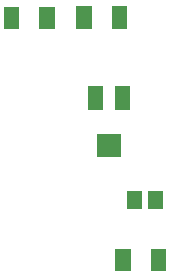
<source format=gbr>
G04 start of page 11 for group -4014 idx -4014 *
G04 Title: (unknown), bottompaste *
G04 Creator: pcb 20110918 *
G04 CreationDate: Mon Jun 10 22:15:59 2013 UTC *
G04 For: fosse *
G04 Format: Gerber/RS-274X *
G04 PCB-Dimensions: 200000 148000 *
G04 PCB-Coordinate-Origin: lower left *
%MOIN*%
%FSLAX25Y25*%
%LNBOTTOMPASTE*%
%ADD89R,0.0512X0.0512*%
%ADD88R,0.0512X0.0512*%
%ADD87C,0.0001*%
G54D87*G36*
X98535Y78189D02*Y70315D01*
X106409D01*
Y78189D01*
X98535D01*
G37*
G54D88*X107000Y91378D02*Y88622D01*
G54D89*X97945Y91378D02*Y88623D01*
G54D88*X110914Y56399D02*Y55613D01*
X118000Y56399D02*Y55613D01*
X107095Y37181D02*Y34819D01*
X118905Y37181D02*Y34819D01*
X70026Y117960D02*Y115598D01*
X81836Y117960D02*Y115598D01*
X94121Y118007D02*Y115645D01*
X105931Y118007D02*Y115645D01*
M02*

</source>
